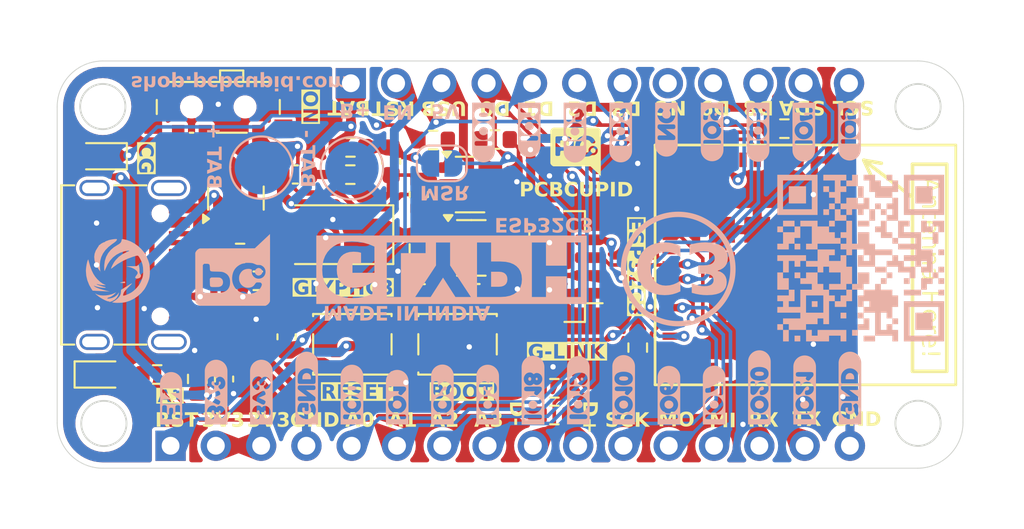
<source format=kicad_pcb>
(kicad_pcb (version 20240108) (generator "pcbnew") (generator_version "8.0")
  (layers (0 "F.Cu" signal) (31 "B.Cu" signal) (34 "B.Paste" user) (35 "F.Paste" user) (36 "B.SilkS" user "B.Silkscreen") (37 "F.SilkS" user "F.Silkscreen") (38 "B.Mask" user) (39 "F.Mask" user) (44 "Edge.Cuts" user))
  (net 0 "")
  (net 1 "/RESET")
  (net 2 "GND")
  (net 3 "/Bat_PWR")
  (net 4 "+BATT")
  (net 5 "+3.3V")
  (net 6 "/BATT_MSR")
  (net 7 "VBUS")
  (net 8 "Net-(D2-K)")
  (net 9 "Net-(D3-A)")
  (net 10 "/USB_D+")
  (net 14 "/USB_D-")
  (net 18 "Net-(J1-CC2)")
  (net 19 "Net-(J1-CC1)")
  (net 20 "/SCL")
  (net 21 "/GPIO_8")
  (net 22 "/SDA")
  (net 23 "/GPIO_9")
  (net 24 "/GPIO_2")
  (net 25 "/SCK")
  (net 26 "/MOSI")
  (net 27 "/uRx")
  (net 28 "/GPIO_3")
  (net 29 "/uTx")
  (net 30 "/MISO")
  (net 31 "Net-(U2-PROG)")
  (net 32 "Net-(U2-STAT)")
  (net 33 "Net-(U3-EN)")
  (net 36 "Net-(JP1-B)")
  (net 40 "Net-(Q1-D)")
  (net 41 "/D+")
  (net 42 "/D-")
  (net 43 "/GPIO_1")
  (footprint "Resistor_SMD:R_0603_1608Metric" (layer "F.Cu") (at 149.45 99.41 180)
    (property "Reference" "R5" (hide yes))
    (property "Value" "5.1K")
  )
  (footprint "LOGO" (layer "F.Cu") (at 153.963262 100.098)
    (property "Reference" "G***" (hide yes))
    (property "Value" "LOGO" (hide yes))
  )
  (footprint "Resistor_SMD:R_0603_1608Metric" (layer "F.Cu") (at 165.675 98.8 180)
    (property "Reference" "R2" (hide yes))
    (property "Value" "5.1K")
  )
  (footprint "Button_Switch_SMD:SW_SPDT_PCM12" (layer "F.Cu") (at 133.926262 97.908 180)
    (property "Reference" "SW3" (hide yes))
    (property "Value" "SW_SPDT")
  )
  (footprint "Resistor_SMD:R_0603_1608Metric" (layer "F.Cu") (at 136.14 107.34)
    (property "Reference" "R4" (hide yes))
    (property "Value" "5.1K")
  )
  (footprint "Package_TO_SOT_SMD:SOT-23" (layer "F.Cu") (at 134.913262 102.698 90)
    (property "Reference" "Q1" (hide yes))
    (property "Value" "Si2301")
  )
  (footprint "Capacitor_SMD:C_0603_1608Metric" (layer "F.Cu") (at 134.25 112.855 -90)
    (property "Reference" "C7" (hide yes))
    (property "Value" "0.1uf" (hide yes))
  )
  (footprint "Resistor_SMD:R_0603_1608Metric" (layer "F.Cu") (at 157.45 111.09 90)
    (property "Reference" "R1" (hide yes))
    (property "Value" "5.1K")
  )
  (footprint "ESP32C3:ESP32-H2-MINI-1_EXP" (layer "F.Cu") (at 166.8551 106.449999 -90)
    (property "Reference" "U4" (hide yes))
    (property "Value" "ESP32-C3-MINI-1-N4")
  )
  (footprint "Capacitor_SMD:C_0603_1608Metric" (layer "F.Cu") (at 138.244262 101.372)
    (property "Reference" "C2" (hide yes))
    (property "Value" "10uf")
  )
  (footprint "Resistor_SMD:R_0603_1608Metric" (layer "F.Cu") (at 141.34 99.85)
    (property "Reference" "R10" (hide yes))
    (property "Value" "200k")
  )
  (footprint "Capacitor_SMD:C_0603_1608Metric" (layer "F.Cu") (at 145.37 108.04 180)
    (property "Reference" "C5" (hide yes))
    (property "Value" "10uf")
  )
  (footprint "Resistor_SMD:R_0603_1608Metric" (layer "F.Cu") (at 130.5 112.6 180)
    (property "Reference" "R9" (hide yes))
    (property "Value" "5.1K")
  )
  (footprint "Resistor_SMD:R_0603_1608Metric" (layer "F.Cu") (at 141.33 101.38 180)
    (property "Reference" "R11" (hide yes))
    (property "Value" "200k")
  )
  (footprint "Connector_PinSocket_2.54mm:PinSocket_1x16_P2.54mm_Vertical" (layer "F.Cu") (at 131.25 116.6 90)
    (property "Reference" "J4" (hide yes))
    (property "Value" "Conn_01x16")
  )
  (footprint "Resistor_SMD:R_0603_1608Metric" (layer "F.Cu") (at 152.775 113.375 180)
    (property "Reference" "R12" (hide yes))
    (property "Value" "22R")
  )
  (footprint "Resistor_SMD:R_0603_1608Metric" (layer "F.Cu") (at 135.15 105.78 180)
    (property "Reference" "R3" (hide yes))
    (property "Value" "5.1K")
  )
  (footprint "LED_SMD:LED_0603_1608Metric" (layer "F.Cu") (at 127.313262 100.348 180)
    (property "Reference" "D2" (hide yes))
    (property "Value" "LED")
  )
  (footprint "Diode_SMD:D_SMA" (layer "F.Cu") (at 140.23 104.75 180)
    (property "Reference" "D1" (hide yes))
    (property "Value" "SS34")
  )
  (footprint "Connector_USB:USB_C_Receptacle_Palconn_UTC16-G" (layer "F.Cu") (at 129.227262 106.45 -90)
    (property "Reference" "J1" (hide yes))
    (property "Value" "USB_C_Receptacle_USB2.0_16P")
  )
  (footprint "Capacitor_SMD:C_0603_1608Metric" (layer "F.Cu") (at 143.62 100.63 -90)
    (property "Reference" "C6" (hide yes))
    (property "Value" "10uf")
  )
  (footprint "LED_SMD:LED_0603_1608Metric" (layer "F.Cu") (at 127.353262 112.6)
    (property "Reference" "D3" (hide yes))
    (property "Value" "LED")
  )
  (footprint "Connector_JST:JST_SH_BM04B-SRSS-TB_1x04-1MP_P1.00mm_Vertical" (layer "F.Cu") (at 153.38 106.54 90)
    (property "Reference" "J5" (hide yes))
    (property "Value" "Conn_01x04_MountingPin")
  )
  (footprint "Package_TO_SOT_SMD:SOT-23-5" (layer "F.Cu") (at 148.045 101.9375)
    (property "Reference" "U2" (hide yes))
    (property "Value" "MCP73831-2-OT")
  )
  (footprint "Resistor_SMD:R_0603_1608Metric" (layer "F.Cu") (at 145.18 105.525 -90)
    (property "Reference" "R8" (hide yes))
    (property "Value" "100K" (hide yes))
  )
  (footprint "Resistor_SMD:R_0603_1608Metric" (layer "F.Cu") (at 145.975 99.44 180)
    (property "Reference" "R7" (hide yes))
    (property "Value" "5.1K")
  )
  (footprint "Capacitor_SMD:C_0603_1608Metric" (layer "F.Cu") (at 137.755 110.485 90)
    (property "Reference" "C1" (hide yes))
    (property "Value" "1uf")
  )
  (footprint "Button_Switch_SMD:SW_SPST_PTS810" (layer "F.Cu") (at 141.445 110.905 180)
    (property "Reference" "SW2" (hide yes))
    (property "Value" "SW_Push")
  )
  (footprint "Package_TO_SOT_SMD:SOT-23-5" (layer "F.Cu") (at 148.1175 105.4925)
    (property "Reference" "U3" (hide yes))
    (property "Value" "AP2112K-3.3 / XC6210B332MR" (hide yes))
  )
  (footprint "Button_Switch_SMD:SW_SPST_PTS810" (layer "F.Cu") (at 147.345 110.905 180)
    (property "Reference" "SW1" (hide yes))
    (property "Value" "SW_Push")
  )
  (footprint "Capacitor_SMD:C_0603_1608Metric" (layer "F.Cu") (at 145.17 102.5 90)
    (property "Reference" "C3" (hide yes))
    (property "Value" "10UF")
  )
  (footprint "Capacitor_SMD:C_0603_1608Metric" (layer "F.Cu") (at 148.44 108.03)
    (property "Reference" "C4" (hide yes))
    (property "Value" "10uf")
  )
  (footprint "Resistor_SMD:R_0603_1608Metric" (layer "F.Cu") (at 132.75 112.85 90)
    (property "Reference" "R6" (hide yes))
    (property "Value" "100K")
  )
  (footprint "Resistor_SMD:R_0603_1608Metric" (layer "F.Cu") (at 152.775 114.875)
    (property "Reference" "R13" (hide yes))
    (property "Value" "22R")
  )
  (footprint "kibuzzard-668CCB9F" (layer "B.Cu") (at 166.763748 98.99535 90)
    (property "Reference" "kibuzzard-668CCB9F" (hide yes))
    (property "Value" "G***" (hide yes))
  )
  (footprint "kibuzzard-668CCD9D" (layer "B.Cu") (at 153.929638 99.020744 90)
    (property "Reference" "kibuzzard-668CCD9D" (hide yes))
    (property "Value" "G***" (hide yes))
  )
  (footprint "kibuzzard-668B7A62" (layer "B.Cu") (at 136.342741 113.588498 90)
    (property "Reference" "kibuzzard-668B7A62" (hide yes))
    (property "Value" "G***" (hide yes))
  )
  (footprint "kibuzzard-668B79B7" (layer "B.Cu") (at 156.66023 113.457239 90)
    (property "Reference" "kibuzzard-668B79B7" (hide yes))
    (property "Value" "G***" (hide yes))
  )
  (footprint "kibuzzard-668B79F7" (layer "B.Cu") (at 149.034644 113.728698 90)
    (property "Reference" "kibuzzard-668B79F7" (hide yes))
    (property "Value" "G***" (hide yes))
  )
  (footprint "kibuzzard-668B7A1E" (layer "B.Cu") (at 143.959742 113.873548 90)
    (property "Reference" "kibuzzard-668B7A1E" (hide yes))
    (property "Value" "G***" (hide yes))
  )
  (footprint "kibuzzard-668CCDA5" (layer "B.Cu") (at 151.365534 98.870529 90)
    (property "Reference" "kibuzzard-668CCDA5" (hide yes))
    (property "Value" "G***" (hide yes))
  )
  (footprint "kibuzzard-668B789B" (layer "B.Cu") (at 138.88198 113.362461 90)
    (property "Reference" "kibuzzard-668B789B" (hide yes))
    (property "Value" "G***" (hide yes))
  )
  (footprint "kibuzzard-668CCD89" (layer "B.Cu") (at 156.495888 99.015379 90)
    (property "Reference" "kibuzzard-668CCD89" (hide yes))
    (property "Value" "G***" (hide yes))
  )
  (footprint "kibuzzard-668CE341" (layer "B.Cu") (at 151.57746 113.48 90)
    (property "Reference" "kibuzzard-668CE341" (hide yes))
    (property "Value" "G***" (hide yes))
  )
  (footprint "LOGO" (layer "B.Cu") (at 134.730507 106.73)
    (property "Reference" "G***" (hide yes))
    (property "Value" "LOGO" (hide yes))
  )
  (footprint "kibuzzard-668B7A7C" (layer "B.Cu") (at 131.28 113.933991 90)
    (property "Reference" "kibuzzard-668B7A7C" (hide yes))
    (property "Value" "G***" (hide yes))
  )
  (footprint "kibuzzard-668B7879" (layer "B.Cu") (at 166.811462 113.467968 90)
    (property "Reference" "kibuzzard-668B7879" (hide yes))
    (property "Value" "G***" (hide yes))
  )
  (footprint "LOGO" (layer "B.Cu") (at 169.96 106.06 180)
    (property "Reference" "G***" (hide yes))
    (property "Value" "LOGO" (hide yes))
  )
  (footprint "LOGO" (layer "B.Cu") (at 128.3 106.79)
    (property "Reference" "G***" (hide yes))
    (property "Value" "LOGO" (hide yes))
  )
  (footprint "kibuzzard-668B7A62" (layer "B.Cu") (at 133.803502 113.588498 90)
    (property "Reference" "kibuzzard-668B7A62" (hide yes))
    (property "Value" "G***" (hide yes))
  )
  (footprint "Connector_PinSocket_2.54mm:PinSocket_1x12_P2.54mm_Vertical" (layer "B.Cu") (at 141.36 96.25 -90)
    (property "Reference" "J2" (hide yes))
    (property "Value" "Conn_01x12")
  )
  (footprint "kibuzzard-668CCD74" (layer "B.Cu") (at 159.059276 98.854077 90)
    (property "Reference" "kibuzzard-668CCD74" (hide yes))
    (property "Value" "G***" (hide yes))
  )
  (footprint "kibuzzard-668CCB83" (layer "B.Cu") (at 169.33 98.963519 90)
    (property "Reference" "kibuzzard-668CCB83" (hide yes))
    (property "Value" "G***" (hide yes))
  )
  (footprint "kibuzzard-668CCC52" (layer "B.Cu") (at 161.622664 98.983905 90)
    (property "Reference" "kibuzzard-668CCC52" (hide yes))
    (property "Value" "G***" (hide yes))
  )
  (footprint "kibuzzard-668B7995" (layer "B.Cu") (at 159.198753 113.760887 90)
    (property "Reference" "kibuzzard-668B7995" (hide yes))
    (property "Value" "G***" (hide yes))
  )
  (footprint "kibuzzard-668CCC45" (layer "B.Cu") (at 164.193206 99 90)
    (property "Reference" "kibuzzard-668CCC45" (hide yes))
    (property "Value" "G***" (hide yes))
  )
  (footprint "Jumper:SolderJumper-2_P1.3mm_Open_RoundedPad1.0x1.5mm" (layer "B.Cu") (at 146.463262 100.748 180)
    (property "Reference" "JP1" (hide yes))
    (property "Value" "SolderJumper")
  )
  (footprint "kibuzzard-668B795C" (layer "B.Cu") (at 164.272223 113.323476 90)
    (property "Reference" "kibuzzard-668B795C" (hide yes))
    (property "Value" "G***" (hide yes))
  )
  (footprint "kibuzzard-668B7A0A" (layer "B.Cu") (at 146.49612 113.723333 90)
    (property "Reference" "kibuzzard-668B7A0A" (hide yes))
    (property "Value" "G***" (hide yes))
  )
  (footprint "kibuzzard-668CCDB1" (layer "B.Cu") (at 148.8 99.015737 90)
    (property "Reference" "kibuzzard-668CCDB1" (hide yes))
    (property "Value" "G***" (hide yes))
  )
  (footprint "kibuzzard-668B797C" (layer "B.Cu") (at 161.734415 113.754091 90)
    (property "Reference" "kibuzzard-668B797C" (hide yes))
    (property "Value" "G***" (hide yes))
  )
  (footprint "kibuzzard-668B7A2D" (layer "B.Cu") (at 141.421934 113.72834 90)
    (property "Reference" "kibuzzard-668B7A2D" (hide yes))
    (property "Value" "G***" (hide yes))
  )
  (footprint "Test_point_01x2:TestPoint_01x02" (layer "B.Cu") (at 138.879262 100.989 180)
    (property "Reference" "J3" (hide yes))
    (property "Value" "Battery Connector")
  )
  (footprint "kibuzzard-668CE34C" (layer "B.Cu") (at 154.120276 113.48 90)
    (property "Reference" "kibuzzard-668CE34C" (hide yes))
    (property "Value" "G***" (hide yes))
  )
  (footprint "kibuzzard-668B789B" (layer "B.Cu") (at 169.35 113.362461 90)
    (property "Reference" "kibuzzard-668B789B" (hide yes))
    (property "Value" "G***" (hide yes))
  )
  (gr_circle (center 159.72 106.68) (end 162.789397 106.68) (stroke (width 0.3)) (fill none) (layer "B.SilkS"))
  (gr_line (start 124.891228 115.321945) (end 124.891487 97.57804) (stroke (width 0.05)) (layer "Edge.Cuts"))
  (gr_circle (center 127.51 115.35) (end 128.78 115.35) (stroke (width 0.1)) (fill none) (layer "Edge.Cuts"))
  (gr_line (start 175.727312 97.541689) (end 175.69096 115.285853) (stroke (width 0.05)) (layer "Edge.Cuts"))
  (gr_line (start 127.431228 95.001947) (end 173.151219 95.001948) (stroke (width 0.05)) (layer "Edge.Cuts"))
  (gr_circle (center 173.169262 97.56) (end 174.439262 97.56) (stroke (width 0.1)) (fill none) (layer "Edge.Cuts"))
  (gr_circle (center 127.449262 97.56) (end 128.719262 97.56) (stroke (width 0.1)) (fill none) (layer "Edge.Cuts"))
  (gr_line (start 173.151219 117.861946) (end 127.467321 117.861686) (stroke (width 0.05)) (layer "Edge.Cuts"))
  (gr_circle (center 173.169262 115.34) (end 174.439262 115.34) (stroke (width 0.1)) (fill none) (layer "Edge.Cuts"))
  (gr_arc (start 124.891487 97.57804) (mid 125.627871 95.764035) (end 127.431228 95.001947) (stroke (width 0.05)) (layer "Edge.Cuts"))
  (gr_arc (start 173.151219 95.001948) (mid 174.965224 95.738332) (end 175.727312 97.541689) (stroke (width 0.05)) (layer "Edge.Cuts"))
  (gr_arc (start 175.69096 115.285853) (mid 174.954576 117.099858) (end 173.151219 117.861946) (stroke (width 0.05)) (layer "Edge.Cuts"))
  (gr_arc (start 127.467321 117.861686) (mid 125.653316 117.125302) (end 124.891228 115.321945) (stroke (width 0.05)) (layer "Edge.Cuts"))
  (gr_text "EN" (at 143.13 97.35 180) (layer "B.SilkS") (effects (font (size 0.8 0.8) (thickness 0.16) (bold yes)) (justify left bottom mirror)))
  (gr_text "BAT -" (at 138.413262 102.114762 270) (layer "B.SilkS") (effects (font (size 0.8 0.8) (thickness 0.2) (bold yes)) (justify left bottom mirror)))
  (gr_text "GLYPH" (at 147.094394 104.68 180) (layer "B.SilkS" knockout) (effects (font (size 3 3) (thickness 0.2) (bold yes)) (justify bottom mirror)))
  (gr_text "MSR" (at 145.23 101.88 180) (layer "B.SilkS") (effects (font (size 0.8 0.8) (thickness 0.2) (bold yes)) (justify left bottom mirror)))
  (gr_text "C3" (at 157.219397 104.76 180) (layer "B.SilkS") (effects (font (size 2.8 2.8) (thickness 0.4) (bold yes)) (justify left bottom mirror)))
  (gr_text "MADE IN INDIA" (at 139.804723 108.62 180) (layer "B.SilkS") (effects (font (size 0.8 0.8) (thickness 0.16) (bold yes)) (justify left bottom mirror)))
  (gr_text "B+" (at 140.71 97.28 180) (layer "B.SilkS") (effects (font (size 0.8 0.8) (thickness 0.16) (bold yes)) (justify left bottom mirror)))
  (gr_text "ESP32C3" (at 149.414723 103.68 180) (layer "B.SilkS") (effects (font (size 0.8 0.8) (thickness 0.16) (bold yes)) (justify left bottom mirror)))
  (gr_text "shop.pcbcupid.com" (at 129.02 95.72 180) (layer "B.SilkS") (effects (font (size 0.8 0.8) (thickness 0.2) (bold yes)) (justify left bottom mirror)))
  (gr_text "5V" (at 145.85 97.3 180) (layer "B.SilkS") (effects (font (size 0.8 0.8) (thickness 0.16) (bold yes)) (justify left bottom mirror)))
  (gr_text "BAT +" (at 133.163262 102.198 270) (layer "B.SilkS") (effects (font (size 0.8 0.8) (thickness 0.2) (bold yes)) (justify left bottom mirror)))
  (gr_text "A0" (at 141.04 115.67 0) (layer "F.SilkS") (effects (font (size 0.8 0.8) (thickness 0.16) (bold yes)) (justify left bottom)))
  (gr_text "ON" (at 138.563262 96.648 270) (layer "F.SilkS" knockout) (effects (font (size 0.8 0.8) (thickness 0.2) (bold yes)) (justify left bottom)))
  (gr_text "NC" (at 160.180624 97.11 180) (layer "F.SilkS") (effects (font (size 0.8 0.8) (thickness 0.16) (bold yes)) (justify left bottom)))
  (gr_text "RST" (at 144.958399 97.14 180) (layer "F.SilkS") (effects (font (size 0.8 0.8) (thickness 0.16) (bold yes)) (justify left bottom)))
  (gr_text "A1" (at 130.53 114.27 0) (layer "F.SilkS" knockout) (effects (font (size 0.7 0.7) (thickness 0.175) (bold yes)) (justify left bottom)))
  (gr_text "3V3" (at 132.99 115.67 0) (layer "F.SilkS") (effects (font (size 0.8 0.8) (thickness 0.16) (bold yes)) (justify left bottom)))
  (gr_text "RESET" (at 139.68 114.1 0) (layer "F.SilkS" knockout) (effects (font (size 0.8 0.8) (thickness 0.2) (bold yes)) (justify left bottom)))
  (gr_text "RX" (at 163.626738 115.67 0) (layer "F.SilkS") (effects (font (size 0.8 0.8) (thickness 0.16) (bold yes)) (justify left bottom)))
  (gr_text "G-LINK" (at 153.44 111.84 0) (layer "F.SilkS" knockout) (effects (font (size 0.8 0.8) (thickness 0.2) (bold yes)) (justify bottom)))
  (gr_text "BOOT\n" (at 145.78 114.1 0) (layer "F.SilkS" knockout) (effects (font (size 0.8 0.8) (thickness 0.2) (bold yes)) (justify left bottom)))
  (gr_text "RST" (at 130.375308 115.67 0) (layer "F.SilkS") (effects (font (size 0.8 0.8) (thickness 0.16) (bold yes)) (justify left bottom)))
  (gr_text "GND\n" (at 137.942929 115.67 0) (layer "F.SilkS") (effects (font (size 0.8 0.8) (thickness 0.16) (bold yes)) (justify left bottom)))
  (gr_text "GLYPHC3" (at 140.95 108.25 0) (layer "F.SilkS" knockout) (effects (font (size 0.8 0.8) (thickness 0.2) (bold yes)) (justify bottom)))
  (gr_text "TX" (at 166.126738 115.622 0) (layer "F.SilkS") (effects (font (size 0.8 0.8) (thickness 0.16) (bold yes)) (justify left bottom)))
  (gr_text "ESP32C3" (at 156.83 106.54 270) (layer "F.SilkS" knockout) (effects (font (size 0.8 0.8) (thickness 0.2) (bold yes)) (justify bottom)))
  (gr_text "D1" (at 152.756614 97.14 180) (layer "F.SilkS") (effects (font (size 0.8 0.8) (thickness 0.16) (bold yes)) (justify left bottom)))
  (gr_text "MI" (at 161.451738 115.697 0) (layer "F.SilkS") (effects (font (size 0.8 0.8) (thickness 0.16) (bold yes)) (justify left bottom)))
  (gr_text "3V3" (at 135.54 115.67 0) (layer "F.SilkS") (effects (font (size 0.8 0.8) (thickness 0.16) (bold yes)) (justify left bottom)))
  (gr_text "D+" (at 154.26 114.06 270) (layer "F.SilkS") (effects (font (size 0.8 0.8) (thickness 0.16) (bold yes)) (justify left bottom)))
  (gr_text "D-" (at 150.15 114.07 270) (layer "F.SilkS") (effects (font (size 0.8 0.8) (thickness 0.16) (bold yes)) (justify left bottom)))
  (gr_text "SDA" (at 167.967116 97.11 180) (layer "F.SilkS") (effects (font (size 0.8 0.8) (thickness 0.16) (bold yes)) (justify left bottom)))
  (gr_text "D3" (at 157.65 97.14 180) (layer "F.SilkS") (effects (font (size 0.8 0.8) (thickness 0.16) (bold yes)) (justify left bottom)))
  (gr_text "A1\n" (at 143.44 115.67 0) (layer "F.SilkS") (effects (font (size 0.8 0.8) (thickness 0.16) (bold yes)) (justify left bottom)))
  (gr_text "D9" (at 162.627317 97.11 180) (layer "F.SilkS") (effects (font (size 0.8 0.8) (thickness 0.16) (bold yes)) (justify left bottom)))
  (gr_text "BAT" (at 142.45 97.11 180) (layer "F.SilkS") (effects (font (size 0.8 0.8) (thickness 0.16) (bold yes)) (justify left bottom)))
  (gr_text "GND" (at 168.326738 115.622 0) (layer "F.SilkS") (effects (font (size 0.8 0.8) (thickness 0.16) (bold yes)) (justify left bottom)))
  (gr_text "SCL" (at 170.7 97.11 180) (layer "F.SilkS") (effects (font (size 0.8 0.8) (thickness 0.16) (bold yes)) (justify left bottom)))
  (gr_text "A3" (at 148.276943 115.67 0) (layer "F.SilkS") (effects (font (size 0.8 0.8) (thickness 0.16) (bold yes)) (justify left bottom)))
  (gr_text "CG" (at 129.35 99.6 270) (layer "F.SilkS" knockout) (effects (font (size 0.8 0.8) (thickness 0.2) (bold yes)) (justify left bottom)))
  (gr_text "D8" (at 165.07401 97.11 180) (layer "F.SilkS") (effects (font (size 0.8 0.8) (thickness 0.16) (bold yes)) (justify left bottom)))
  (gr_text "USB" (at 147.863228 97.14 180) (layer "F.SilkS") (effects (font (size 0.8 0.8) (thickness 0.16) (bold yes)) (justify left bottom)))
  (gr_text "SCK" (at 155.610092 115.67 0) (layer "F.SilkS") (effects (font (size 0.8 0.8) (thickness 0.16) (bold yes)) (justify left bottom)))
  (gr_text "MO" (at 158.576738 115.647 0) (layer "F.SilkS") (effects (font (size 0.8 0.8) (thickness 0.16) (bold yes)) (justify left bottom)))
  (gr_text "A2" (at 145.79 115.67 0) (layer "F.SilkS") (effects (font (size 0.8 0.8) (thickness 0.16) (bold yes)) (justify left bottom)))
  (gr_text "D2" (at 155.203307 97.14 180) (layer "F.SilkS") (effects (font (size 0.8 0.8) (thickness 0.16) (bold yes)) (justify left bottom)))
  (gr_text "PCBCUPID" (at 154 102.74 0) (layer "F.SilkS") (effects (font (size 0.8 0.8) (thickness 0.2) (bold yes)) (justify bottom)))
  (gr_text "D0" (at 150.309921 97.14 180) (layer "F.SilkS") (effects (font (size 0.8 0.8) (thickness 0.16) (bold yes)) (justify left bottom)))
  (dimension (type leader) (layer "F.SilkS") (pts (xy 169.73 100.27) (xy 173.82 103.38)) (gr_text "Antenna Here!" (at 173.82 106.61 270) (layer "F.SilkS") (effects (font (face "Noto Sans") (size 1 1) (thickness 0.1)))) (format (prefix "") (suffix "") (units 0) (units_format 0) (precision 4) (override_value "Antenna Here!")) (style (thickness 0.2) (arrow_length 1) (text_position_mode 0) (text_frame 1) (extension_offset 0.5)))
  (segment (start 162.550001 101.160001) (end 163.07 101.68) (width 0.2) (layer "F.Cu") (net 1))
  (segment (start 146.089573 98.439573) (end 143.9 96.25) (width 0.2) (layer "F.Cu") (net 1))
  (segment (start 137.755 111.26) (end 138.65 111.26) (width 0.3) (layer "F.Cu") (net 1))
  (segment (start 160.97 98.6) (end 162.17 98.6) (width 0.2) (layer "F.Cu") (net 1))
  (segment (start 154.95 98.35) (end 155.2 98.6) (width 0.2) (layer "F.Cu") (net 1))
  (segment (start 162.37 98.4) (end 162.45 98.4) (width 0.2) (layer "F.Cu") (net 1))
  (segment (start 162.17 98.6) (end 162.37 98.4) (width 0.2) (layer "F.Cu") (net 1))
  (segment (start 162.550001 100.550001) (end 162.550001 101.160001) (width 0.2) (layer "F.Cu") (net 1))
  (segment (start 146.139573 98.439573) (end 146.089573 98.439573) (width 0.2) (layer "F.Cu") (net 1))
  (segment (start 138.65 111.26) (end 139.37 111.98) (width 0.3) (layer "F.Cu") (net 1))
  (segment (start 155.2 98.6) (end 160.97 98.6) (width 0.2) (layer "F.Cu") (net 1))
  (segment (start 160.97 98.6) (end 164.65 98.6) (width 0.2) (layer "F.Cu") (net 1))
  (segment (start 138.636579 110.668627) (end 138.045206 111.26) (width 0.2) (layer "F.Cu") (net 1))
  (segment (start 143.52 111.98) (end 139.37 111.98) (width 0.3) (layer "F.Cu") (net 1))
  (via (at 138.636579 110.668627) (size 0.6) (drill 0.3) (layers "F.Cu" "B.Cu") (net 1))
  (via (at 162.45 98.4) (size 0.6) (drill 0.3) (layers "F.Cu" "B.Cu") (net 1))
  (via (at 163.07 101.68) (size 0.6) (drill 0.3) (layers "F.Cu" "B.Cu") (net 1))
  (via (at 146.139573 98.439573) (size 0.6) (drill 0.3) (layers "F.Cu" "B.Cu") (net 1))
  (via (at 154.95 98.35) (size 0.6) (drill 0.3) (layers "F.Cu" "B.Cu") (net 1))
  (segment (start 162.45 98.4) (end 162.94 98.4) (width 0.2) (layer "B.Cu") (net 1))
  (segment (start 146.139573 98.439573) (end 146.179146 98.4) (width 0.2) (layer "B.Cu") (net 1))
  (segment (start 163.42 98.88) (end 163.42 98.94) (width 0.2) (layer "B.Cu") (net 1))
  (segment (start 132.75 115.1) (end 131.25 116.6) (width 0.2) (layer "B.Cu") (net 1))
  (segment (start 144.4 104.905206) (end 144.4 100.179146) (width 0.2) (layer "B.Cu") (net 1))
  (segment (start 138.636579 110.668627) (end 138.631373 110.668627) (width 0.2) (layer "B.Cu") (net 1))
  (segment (start 144.4 100.179146) (end 146.139573 98.439573) (width 0.2) (layer "B.Cu") (net 1))
  (segment (start 146.179146 98.4) (end 154.9 98.4) (width 0.2) (layer "B.Cu") (net 1))
  (segment (start 163.42 101.33) (end 163.07 101.68) (width 0.2) (layer "B.Cu") (net 1))
  (segment (start 162.94 98.4) (end 163.42 98.88) (width 0.2) (layer "B.Cu") (net 1))
  (segment (start 163.42 98.94) (end 163.42 101.33) (width 0.2) (layer "B.Cu") (net 1))
  (segment (start 138.631373 110.668627) (end 134.2 115.1) (width 0.2) (layer "B.Cu") (net 1))
  (segment (start 138.636579 110.668627) (end 144.4 104.905206) (width 0.2) (layer "B.Cu") (net 1))
  (segment (start 154.9 98.4) (end 154.95 98.35) (width 0.2) (layer "B.Cu") (net 1))
  (segment (start 134.2 115.1) (end 132.75 115.1) (width 0.2) (layer "B.Cu") (net 1))
  (segment (start 139.019262 101.372) (end 140.497 101.372) (width 0.5) (layer "F.Cu") (net 2))
  (segment (start 132.6 111.25) (end 132.62 111.23) (width 0.2) (layer "F.Cu") (net 2))
  (segment (start 132.47 109.65) (end 131.737262 109.65) (width 0.2) (layer "F.Cu") (net 2))
  (segment (start 136.38 105.78) (end 136.965 106.365) (width 0.2) (layer "F.Cu") (net 2))
  (segment (start 143.62 101.405) (end 144.705 101.405) (width 0.2) (layer "F.Cu") (net 2))
  (segment (start 152.7 112.17) (end 155.24 112.17) (width 0.2) (layer "F.Cu") (net 2))
  (segment (start 135.975 105.78) (end 136.38 105.78) (width 0.2) (layer "F.Cu") (net 2))
  (segment (start 155.685 112.615) (end 158.984999 112.615) (width 0.2) (layer "F.Cu") (net 2))
  (segment (start 136.965 106.365) (end 136.965 107.34) (width 0.2) (layer "F.Cu") (net 2))
  (segment (start 132.62 111.23) (end 132.62 109.8) (width 0.2) (layer "F.Cu") (net 2))
  (segment (start 143.3 102.75) (end 143.62 102.43) (width 0.2) (layer "F.Cu") (net 2))
  (segment (start 150.275 99.41) (end 150.76439 99.89939) (width 0.2) (layer "F.Cu") (net 2))
  (segment (start 143.62 102.43) (end 143.62 101.405) (width 0.2) (layer "F.Cu") (net 2))
  (segment (start 132.62 109.8) (end 132.47 109.65) (width 0.2) (layer "F.Cu") (net 2))
  (segment (start 155.24 112.17) (end 155.685 112.615) (width 0.2) (layer "F.Cu") (net 2))
  (segment (start 140.53 101.38) (end 141.9 102.75) (width 0.2) (layer "F.Cu") (net 2))
  (segment (start 132.62 111.3) (end 132.62 111.27) (width 0.2) (layer "F.Cu") (net 2))
  (segment (start 141.9 102.75) (end 143.3 102.75) (width 0.2) (layer "F.Cu") (net 2))
  (segment (start 144.705 101.405) (end 145 101.7) (width 0.2) (layer "F.Cu") (net 2))
  (segment (start 132.62 111.27) (end 132.6 111.25) (width 0.2) (layer "F.Cu") (net 2))
  (segment (start 132.62 111.3) (end 132.62 111.895) (width 0.2) (layer "F.Cu") (net 2))
  (segment (start 150.76439 99.89939) (end 150.76439 101.68561) (width 0.2) (layer "F.Cu") (net 2))
  (segment (start 150.76439 101.68561) (end 150.67 101.78) (width 0.2) (layer "F.Cu") (net 2))
  (via (at 127.1 106.45) (size 0.6) (drill 0.3) (layers "F.Cu" "B.Cu") (net 2))
  (via (at 168.95 113.85) (size 0.6) (drill 0.3) (layers "F.Cu" "B.Cu") (net 2))
  (via (at 157.4 103.3) (size 0.6) (drill 0.3) (layers "F.Cu" "B.Cu") (net 2))
  (via (at 166.7 114) (size 0.6) (drill 0.3) (layers "F.Cu" "B.Cu") (net 2))
  (via (at 136.05 109.5) (size 0.6) (drill 0.3) (layers "F.Cu" "B.Cu") (net 2))
  (via (at 163.35 115.4) (size 0.6) (drill 0.3) (layers "F.Cu" "B.Cu") (net 2))
  (via (at 133.926262 97.433) (size 0.6) (drill 0.3) (layers "F.Cu" "B.Cu") (net 2))
  (via (at 167.3 102.5) (size 0.6) (drill 0.3) (layers "F.Cu" "B.Cu") (net 2))
  (via (at 157.45 100.75) (size 0.6) (drill 0.3) (layers "F.Cu" "B.Cu") (net 2))
  (via (at 152.5 107.85) (size 0.6) (drill 0.3) (layers "F.Cu" "B.Cu") (net 2))
  (via (at 152.5 101.45) (size 0.6) (drill 0.3) (layers "F.Cu" "B.Cu") (net 2))
  (via (at 152.7 112.17) (size 0.6) (drill 0.3) (layers "F.Cu" "B.Cu") (net 2))
  (via (at 150.67 101.78) (size 0.6) (drill 0.3) (layers "F.Cu" "B.Cu") (net 2))
  (via (at 150.7 107.8) (size 0.6) (drill 0.3) (layers "F.Cu" "B.Cu") (net 2))
  (via (at 132.6 111.25) (size 0.6) (drill 0.3) (layers "F.Cu" "B.Cu") (net 2))
  (via (at 127.1 104.1) (size 0.6) (drill 0.3) (layers "F.Cu" "B.Cu") (net 2))
  (via (at 144 106.8) (size 0.6) (drill 0.3) (layers "F.Cu" "B.Cu") (net 2))
  (via (at 139.4 107.5) (size 0.6) (drill 0.3) (layers "F.Cu" "B.Cu") (net 2))
  (via (at 148 111.05) (size 0.6) (drill 0.3) (layers "F.Cu" "B.Cu") (net 2))
  (via (at 140.35 103.9) (size 0.6) (drill 0.3) (layers "F.Cu" "B.Cu") (net 2))
  (via (at 127.15 108.85) (size 0.6) (drill 0.3) (layers "F.Cu" "B.Cu") (net 2))
  (via (at 144.45 113.05) (size 0.6) (drill 0.3) (layers "F.Cu" "B.Cu") (net 2))
  (via (at 152.5 105.2) (size 0.6) (drill 0.3) (layers "F.Cu" "B.Cu") (net 2))
  (via (at 134.780735 113.670735) (size 0.6) (drill 0.3) (layers "F.Cu" "B.Cu") (net 2))
  (via (at 129.77 108.9) (size 0.6) (drill 0.3) (layers "F.Cu" "B.Cu") (net 2))
  (via (at 142.7 107.55) (size 0.6) (drill 0.3) (layers "F.Cu" "B.Cu") (net 2))
  (via (at 167.3 110.9) (size 0.6) (drill 0.3) (layers "F.Cu" "B.Cu") (net 2))
  (segment (start 140.769189 102.41) (end 141.659189 103.3) (width 0.3) (layer "F.Cu") (net 3))
  (segment (start 146.006196 102.8875) (end 146.9075 102.8875) (width 0.2) (layer "F.Cu") (net 3))
  (segment (start 143.386396 103.3) (end 144.166396 102.52) (width 0.3) (layer "F.Cu") (net 3))
  (segment (start 144.166396 102.52) (end 144.26 102.52) (width 0.3) (layer "F.Cu") (net 3))
  (segment (start 138.37 99.79) (end 136.628262 99.79) (width 0.5) (layer "F.Cu") (net 3))
  (segment (start 138.39 99.81) (end 138.39 100.777566) (width 0.2) (layer "F.Cu") (net 3))
  (segment (start 136.628262 99.79) (end 136.176262 99.338) (width 0.5) (layer "F.Cu") (net 3))
  (segment (start 144.29 102.5) (end 145.618696 102.5) (width 0.2) (layer "F.Cu") (net 3))
  (segment (start 138.37 99.79) (end 138.39 99.81) (width 0.2) (layer "F.Cu") (net 3))
  (segment (start 144.265 102.525) (end 144.29 102.5) (width 0.2) (layer "F.Cu") (net 3))
  (segment (start 145.618696 102.5) (end 146.006196 102.8875) (width 0.2) (layer "F.Cu") (net 3))
  (segment (start 138.219262 100.948304) (end 138.219262 102.179262) (width 0.2) (layer "F.Cu") (net 3))
  (segment (start 138.39 100.777566) (end 138.219262 100.948304) (width 0.2) (layer "F.Cu") (net 3))
  (segment (start 138.45 102.41) (end 140.769189 102.41) (width 0.3) (layer "F.Cu") (net 3))
  (segment (start 138.219262 102.179262) (end 138.45 102.41) (width 0.2) (layer "F.Cu") (net 3))
  (segment (start 141.659189 103.3) (end 143.386396 103.3) (width 0.3) (layer "F.Cu") (net 3))
  (via (at 138.37 99.79) (size 0.6) (drill 0.3) (layers "F.Cu" "B.Cu") (net 3))
  (segment (start 136.811 100.989) (end 138.01 99.79) (width 0.5) (layer "B.Cu") (net 3))
  (segment (start 138.37 99.79) (end 138.01 99.79) (width 0.5) (layer "B.Cu") (net 3))
  (segment (start 141.36 98.66) (end 141.37 98.67) (width 0.5) (layer "F.Cu") (net 4))
  (segment (start 145.18 104.7) (end 142.28 104.7) (width 0.5) (layer "F.Cu") (net 4))
  (segment (start 135.863262 103.6355) (end 135.863262 102.296738) (width 0.5) (layer "F.Cu") (net 4))
  (segment (start 140.520661 103.01) (end 141.508661 103.998) (width 0.5) (layer "F.Cu") (net 4))
  (segment (start 136.788 101.372) (end 137.469262 101.372) (width 0.5) (layer "F.Cu") (net 4))
  (segment (start 137.469262 102.459262) (end 138.02 103.01) (width 0.5) (layer "F.Cu") (net 4))
  (segment (start 141.36 96.25) (end 141.36 98.66) (width 0.5) (layer "F.Cu") (net 4))
  (segment (start 145.3375 104.5425) (end 145.18 104.7) (width 0.5) (layer "F.Cu") (net 4))
  (segment (start 141.36 98.68) (end 141.36 99.005) (width 0.5) (layer "F.Cu") (net 4))
  (segment (start 146.98 104.5425) (end 145.3375 104.5425) (width 0.5) (layer "F.Cu") (net 4))
  (segment (start 138.02 103.01) (end 140.520661 103.01) (width 0.5) (layer "F.Cu") (net 4))
  (segment (start 141.36 99.005) (end 140.515 99.85) (width 0.5) (layer "F.Cu") (net 4))
  (segment (start 137.469262 101.372) (end 137.469262 102.459262) (width 0.5) (layer "F.Cu") (net 4))
  (segment (start 141.508661 103.998) (end 142.313262 103.998) (width 0.5) (layer "F.Cu") (net 4))
  (segment (start 145.17 103.275) (end 145.17 104.69) (width 0.5) (layer "F.Cu") (net 4))
  (segment (start 135.863262 102.296738) (end 136.788 101.372) (width 0.5) (layer "F.Cu") (net 4))
  (segment (start 141.37 98.67) (end 141.36 98.68) (width 0.5) (layer "F.Cu") (net 4))
  (via (at 141.37 98.67) (size 0.6) (drill 0.3) (layers "F.Cu" "B.Cu") (net 4))
  (via (at 138.02 103.01) (size 0.6) (drill 0.3) (layers "F.Cu" "B.Cu") (net 4))
  (segment (start 140.63 98.67) (end 141.37 98.67) (width 0.5) (layer "B.Cu") (net 4))
  (segment (start 138.92 102.11) (end 138.92 100.38) (width 0.5) (layer "B.Cu") (net 4))
  (segment (start 138.92 100.38) (end 140.63 98.67) (width 0.5) (layer "B.Cu") (net 4))
  (segment (start 138.02 103.01) (end 138.92 102.11) (width 0.5) (layer "B.Cu") (net 4))
  (segment (start 154.05 98.1) (end 154.05 98.65) (width 0.5) (layer "F.Cu") (net 5))
  (segment (start 148.11 107.585) (end 147.665 108.03) (width 0.3) (layer "F.Cu") (net 5))
  (segment (start 166.55 100.550001) (end 166.55 98.85) (width 0.5) (layer "F.Cu") (net 5))
  (segment (start 151.45 99.995588) (end 151.45 102.3475) (width 0.5) (layer "F.Cu") (net 5))
  (segment (start 154.05 98.65) (end 153.35 99.35) (width 0.5) (layer "F.Cu") (net 5))
  (segment (start 154.705 107.04) (end 155.34 107.04) (width 0.3) (layer "F.Cu") (net 5))
  (segment (start 141.1 111) (end 146.2 111) (width 0.5) (layer "F.Cu") (net 5))
  (segment (start 151.432206 99.977794) (end 151.45 99.995588) (width 0.5) (layer "F.Cu") (net 5))
  (segment (start 149.9425 104.5425) (end 152.44 107.04) (width 0.3) (layer "F.Cu") (net 5))
  (segment (start 146.145 108.04) (end 147.655 108.04) (width 0.5) (layer "F.Cu") (net 5))
  (segment (start 146.2 111) (end 147.665 109.535) (width 0.5) (layer "F.Cu") (net 5))
  (segment (start 155.34 107.04) (end 157.45 109.15) (width 0.3) (layer "F.Cu") (net 5))
  (segment (start 154.55 97.6) (end 154.05 98.1) (width 0.5) (layer "F.Cu") (net 5))
  (segment (start 133.79 116.6) (end 136.33 116.6) (width 0.5) (layer "F.Cu") (net 5))
  (segment (start 152.44 107.04) (end 154.705 107.04) (width 0.3) (layer "F.Cu") (net 5))
  (segment (start 149.255 104.5425) (end 149.9425 104.5425) (width 0.3) (layer "F.Cu") (net 5))
  (segment (start 166.5 98.8) (end 165.3 97.6) (width 0.5) (layer "F.Cu") (net 5))
  (segment (start 148.11 105.6875) (end 148.11 107.585) (width 0.3) (layer "F.Cu") (net 5))
  (segment (start 147.665 109.535) (end 147.665 108.03) (width 0.5) (layer "F.Cu") (net 5))
  (segment (start 157.45 109.15) (end 157.45 110.265) (width 0.3) (layer "F.Cu") (net 5))
  (segment (start 149.255 104.5425) (end 148.11 105.6875) (width 0.3) (layer "F.Cu") (net 5))
  (segment (start 151.45 102.3475) (end 149.255 104.5425) (width 0.5) (layer "F.Cu") (net 5))
  (segment (start 165.3 97.6) (end 154.55 97.6) (width 0.5) (layer "F.Cu") (net 5))
  (via (at 153.35 99.35) (size 0.6) (drill 0.3) (layers "F.Cu" "B.Cu") (net 5))
  (via (at 141.1 111) (size 0.6) (drill 0.3) (layers "F.Cu" "B.Cu") (net 5))
  (via (at 151.432206 99.977794) (size 0.6) (drill 0.3) (layers "F.Cu" "B.Cu") (net 5))
  (segment (start 151.7 99.35) (end 153.35 99.35) (width 0.5) (layer "B.Cu") (net 5))
  (segment (start 140.75 111.35) (end 141.1 111) (width 0.5) (layer "B.Cu") (net 5))
  (segment (start 136.33 113.97) (end 138.95 111.35) (width 0.5) (layer "B.Cu") (net 5))
  (segment (start 138.95 111.35) (end 140.75 111.35) (width 0.5) (layer "B.Cu") (net 5))
  (segment (start 151.432206 99.617794) (end 151.7 99.35) (width 0.5) (layer "B.Cu") (net 5))
  (segment (start 151.432206 99.977794) (end 151.432206 99.617794) (width 0.5) (layer "B.Cu") (net 5))
  (segment (start 136.33 116.6) (end 136.33 113.97) (width 0.5) (layer "B.Cu") (net 5))
  (segment (start 150.035 100.385) (end 149.45 99.8) (width 0.2) (layer "F.Cu") (net 6))
  (segment (start 150.16439 100.385) (end 150.035 100.385) (width 0.2) (layer "F.Cu") (net 6))
  (segment (start 149.45 99.8) (end 149.45 98.198529) (width 0.2) (layer "F.Cu") (net 6))
  (segment (start 148.98 97.728529) (end 148.98 96.25) (width 0.2) (layer "F.Cu") (net 6))
  (segment (start 159.25 101.649998) (end 154.801469 101.649998) (width 0.2) (layer "F.Cu") (net 6))
  (segment (start 149.45 98.198529) (end 148.98 97.728529) (width 0.2) (layer "F.Cu") (net 6))
  (segment (start 154.801469 101.649998) (end 149.401471 96.25) (width 0.2) (layer "F.Cu") (net 6))
  (via (at 150.16439 100.385) (size 0.6) (drill 0.3) (layers "F.Cu" "B.Cu") (net 6))
  (segment (start 150.16439 100.385) (end 149.80139 100.748) (width 0.2) (layer "B.Cu") (net 6))
  (segment (start 150.948529 100.848529) (end 150.485 100.385) (width 0.2) (layer "B.Cu") (net 6))
  (segment (start 150.948529 100.85) (end 150.948529 100.848529) (width 0.2) (layer "B.Cu") (net 6))
  (segment (start 149.80139 100.748) (end 147.113262 100.748) (width 0.2) (layer "B.Cu") (net 6))
  (segment (start 151.934314 114.15) (end 153.8 112.284314) (width 0.2) (layer "B.Cu") (net 6))
  (segment (start 153.8 103.701471) (end 150.948529 100.85) (width 0.2) (layer "B.Cu") (net 6))
  (segment (start 147.808628 114.15) (end 151.934314 114.15) (width 0.2) (layer "B.Cu") (net 6))
  (segment (start 141.41 116.6) (end 142.96 115.05) (width 0.2) (layer "B.Cu") (net 6))
  (segment (start 153.8 112.284314) (end 153.8 103.701471) (width 0.2) (layer "B.Cu") (net 6))
  (segment (start 142.96 115.05) (end 146.908628 115.05) (width 0.2) (layer "B.Cu") (net 6))
  (segment (start 146.908628 115.05) (end 147.808628 114.15) (width 0.2) (layer "B.Cu") (net 6))
  (segment (start 150.485 100.385) (end 150.16439 100.385) (width 0.2) (layer "B.Cu") (net 6))
  (segment (start 133.3875 113.7875) (end 132.8625 113.7875) (width 0.3) (layer "F.Cu") (net 7))
  (segment (start 133.963262 102.833262) (end 133.69 102.56) (width 0.5) (layer "F.Cu") (net 7))
  (segment (start 139.78 104.75) (end 139.95 104.92) (width 0.5) (layer "F.Cu") (net 7))
  (segment (start 147.672684 100.2375) (end 148.02 100.584816) (width 0.5) (layer "F.Cu") (net 7))
  (segment (start 136.837 104.823) (end 136.85 104.81) (width 0.5) (layer "F.Cu") (net 7))
  (segment (start 133.963262 103.6355) (end 133.963262 102.833262) (width 0.5) (layer "F.Cu") (net 7))
  (segment (start 146.44 96.25) (end 147.672684 97.482684) (width 0.5) (layer "F.Cu") (net 7))
  (segment (start 147.672684 97.482684) (end 147.672684 100.2375) (width 0.5) (layer "F.Cu") (net 7))
  (segment (start 131.106501 108.85) (end 131.737262 108.85) (width 0.3) (layer "F.Cu") (net 7))
  (segment (start 133.963262 103.6355) (end 135.150762 104.823) (width 0.5) (layer "F.Cu") (net 7))
  (segment (start 131.737262 104.05) (end 131.106501 104.05) (width 0.3) (layer "F.Cu") (net 7))
  (segment (start 148.02 100.584816) (end 148.02 101.725) (width 0.5) (layer "F.Cu") (net 7))
  (segment (start 132.517262 108.85) (end 132.664214 108.996952) (width 0.3) (layer "F.Cu") (net 7))
  (segment (start 133.25 110.411165) (end 133.25 110.665786) (width 0.3) (layer "F.Cu") (net 7))
  (segment (start 133.542893 111.372893) (end 134.25 112.08) (width 0.3) (layer "F.Cu") (net 7))
  (segment (start 130.2 104.956501) (end 130.2 107.943499) (width 0.3) (layer "F.Cu") (net 7))
  (segment (start 130.2 107.943499) (end 131.106501 108.85) (width 0.3) (layer "F.Cu") (net 7))
  (segment (start 133.69 102.56) (end 133.69 102.54) (width 0.5) (layer "F.Cu") (net 7))
  (segment (start 148.02 101.725) (end 149.1825 102.8875) (width 0.5) (layer "F.Cu") (net 7))
  (segment (start 128.007366 101.54) (end 128.46 101.54) (width 0.3) (layer "F.Cu") (net 7))
  (segment (start 131.106501 104.05) (end 130.2 104.956501) (width 0.3) (layer "F.Cu") (net 7))
  (segment (start 132.75 113.58) (end 134.25 112.08) (width 0.5) (layer "F.Cu") (net 7))
  (segment (start 135.150762 104.823) (end 136.837 104.823) (width 0.5) (layer "F.Cu") (net 7))
  (segment (start 136.85 104.81) (end 137.501262 104.81) (width 0.5) (layer "F.Cu") (net 7))
  (segment (start 131.737262 108.85) (end 132.517262 108.85) (width 0.3) (layer "F.Cu") (net 7))
  (segment (start 126.815366 100.348) (end 128.007366 101.54) (width 0.3) (layer "F.Cu") (net 7))
  (segment (start 138.23 104.75) (end 139.78 104.75) (width 0.5) (layer "F.Cu") (net 7))
  (via (at 139.95 104.92) (size 0.6) (drill 0.3) (layers "F.Cu" "B.Cu") (net 7))
  (via (at 133.275 113.754058) (size 0.6) (drill 0.3) (layers "F.Cu" "B.Cu") (net 7))
  (via (at 128.46 101.54) (size 0.6) (drill 0.3) (layers "F.Cu" "B.Cu") (net 7))
  (via (at 133.69 102.54) (size 0.6) (drill 0.3) (layers "F.Cu" "B.Cu") (net 7))
  (arc (start 133.25 110.411165) (mid 133.097759 109.645798) (end 132.664214 108.996952) (width 0.3) (layer "F.Cu") (net 7))
  (arc (start 133.25 110.665786) (mid 133.32612 111.048469) (end 133.542893 111.372893) (width 0.3) (layer "F.Cu") (net 7))
  (segment (start 128.46 101.56) (end 128.46 101.54) (width 0.5) (layer "B.Cu") (net 7))
  (segment (start 143.8 103.3) (end 142.15 104.95) (width 0.5) (layer "B.Cu") (net 7))
  (segment (start 141.87 104.95) (end 141.85 104.93) (width 0.5) (layer "B.Cu") (net 7))
  (segment (start 141.85 104.93) (end 139.96 104.93) (width 0.5) (layer "B.Cu") (net 7))
  (segment (start 129.02 107.28) (end 129.02 102.12) (width 0.5) (layer "B.Cu") (net 7))
  (segment (start 142.15 104.95) (end 141.87 104.95) (width 0.5) (layer "B.Cu") (net 7))
  (segment (start 133.69 102.54) (end 129.02 107.21) (width 0.5) (layer "B.Cu") (net 7))
  (segment (start 128.44 101.54) (end 128.46 101.56) (width 0.5) (layer "B.Cu") (net 7))
  (segment (start 129.02 111.26) (end 129.02 107.28) (width 0.5) (layer "B.Cu") (net 7))
  (segment (start 128.46 101.54) (end 128.44 101.54) (width 0.5) (layer "B.Cu") (net 7))
  (segment (start 143.8 98.89) (end 143.8 103.3) (width 0.5) (layer "B.Cu") (net 7))
  (segment (start 139.96 104.93) (end 139.95 104.92) (width 0.5) (layer "B.Cu") (net 7))
  (segment (start 129.02 102.12) (end 128.46 101.56) (width 0.5) (layer "B.Cu") (net 7))
  (segment (start 131.514058 113.754058) (end 129.02 111.26) (width 0.5) (layer "B.Cu") (net 7))
  (segment (start 129.02 107.21) (end 129.02 107.28) (width 0.5) (layer "B.Cu") (net 7))
  (segment (start 133.275 113.754058) (end 131.514058 113.754058) (width 0.5) (layer "B.Cu") (net 7))
  (segment (start 146.44 96.25) (end 143.8 98.89) (width 0.5) (layer "B.Cu") (net 7))
  (segment (start 128.100762 100.348) (end 128.852 100.348) (width 0.2) (layer "F.Cu") (net 8))
  (segment (start 128.852 100.348) (end 128.9 100.3) (width 0.2) (layer "F.Cu") (net 8))
  (segment (start 144.31 98.6) (end 142.8 98.6) (width 0.2) (layer "F.Cu") (net 8))
  (segment (start 145.15 99.44) (end 144.31 98.6) (width 0.2) (layer "F.Cu") (net 8))
  (via (at 128.9 100.3) (size 0.6) (drill 0.3) (layers "F.Cu" "B.Cu") (net 8))
  (via (at 142.8 98.6) (size 0.6) (drill 0.3) (layers "F.Cu" "B.Cu") (net 8))
  (segment (start 136.93 98.07) (end 136.3 98.7) (width 0.2) (layer "B.Cu") (net 8))
  (segment (start 142.8 98.6) (end 142.27 98.07) (width 0.2) (layer "B.Cu") (net 8))
  (segment (start 136.3 98.7) (end 130.5 98.7) (width 0.2) (layer "B.Cu") (net 8))
  (segment (start 142.27 98.07) (end 136.93 98.07) (width 0.2) (layer "B.Cu") (net 8))
  (segment (start 130.5 98.7) (end 128.9 100.3) (width 0.2) (layer "B.Cu") (net 8))
  (segment (start 128.140762 112.6) (end 129.675 112.6) (width 0.3) (layer "F.Cu") (net 9))
  (segment (start 161.6389 113.070698) (end 161.75 112.959598) (width 0.4) (layer "F.Cu") (net 10))
  (segment (start 160.801257 114.4139) (end 161.6389 113.576257) (width 0.4) (layer "F.Cu") (net 10))
  (segment (start 154.1361 114.4139) (end 160.801257 114.4139) (width 0.4) (layer "F.Cu") (net 10))
  (segment (start 161.75 112.959598) (end 161.75 112.349997) (width 0.4) (layer "F.Cu") (net 10))
  (segment (start 153.6 114.875) (end 153.6 116.09) (width 0.2) (layer "F.Cu") (net 10))
  (segment (start 153.675 114.875) (end 154.1361 114.4139) (width 0.4) (layer "F.Cu") (net 10))
  (segment (start 161.6389 113.576257) (end 161.6389 113.070698) (width 0.4) (layer "F.Cu") (net 10))
  (segment (start 152.77 115.4) (end 152.77 114.205) (width 0.2) (layer "F.Cu") (net 14))
  (segment (start 157.18 113.151409) (end 157.3 113.151409) (width 0.4) (layer "F.Cu") (net 14))
  (segment (start 152.77 114.205) (end 153.6 113.375) (width 0.2) (layer "F.Cu") (net 14))
  (segment (start 160.950001 112.959598) (end 160.950001 112.349997) (width 0.4) (layer "F.Cu") (net 14))
  (segment (start 157.54 113.391409) (end 157.54 113.5961) (width 0.4) (layer "F.Cu") (net 14))
  (segment (start 157.78 113.8361) (end 157.9 113.8361) (width 0.4) (layer "F.Cu") (net 14))
  (segment (start 157.9 113.8361) (end 160.561921 113.8361) (width 0.4) (layer "F.Cu") (net 14))
  (segment (start 151.57 116.6) (end 152.77 115.4) (width 0.2) (layer "F.Cu") (net 14))
  (segment (start 161.061101 113.070698) (end 160.950001 112.959598) (width 0.4) (layer "F.Cu") (net 14))
  (segment (start 153.675 113.375) (end 154.1361 113.8361) (width 0.4) (layer "F.Cu") (net 14))
  (segment (start 161.061101 113.33692) (end 161.061101 113.070698) (width 0.4) (layer "F.Cu") (net 14))
  (segment (start 156.94 113.5961) (end 156.94 113.391409) (width 0.4) (layer "F.Cu") (net 14))
  (segment (start 160.561921 113.8361) (end 161.061101 113.33692) (width 0.4) (layer "F.Cu") (net 14))
  (segment (start 154.1361 113.8361) (end 156.7 113.8361) (width 0.4) (layer "F.Cu") (net 14))
  (arc (start 157.3 113.151409) (mid 157.469706 113.221703) (end 157.54 113.391409) (width 0.4) (layer "F.Cu") (net 14))
  (arc (start 157.54 113.5961) (mid 157.610294 113.765806) (end 157.78 113.8361) (width 0.4) (layer "F.Cu") (net 14))
  (arc (start 156.94 113.391409) (mid 157.010294 113.221703) (end 157.18 113.151409) (width 0.4) (layer "F.Cu") (net 14))
  (arc (start 156.7 113.8361) (mid 156.869706 113.765806) (end 156.94 113.5961) (width 0.4) (layer "F.Cu") (net 14))
  (segment (start 132.84 108.2) (end 132.87 108.23) (width 0.3) (layer "F.Cu") (net 18))
  (segment (start 135.315 107.34) (end 135.315 108.225) (width 0.3) (layer "F.Cu") (net 18))
  (segment (start 132.87 108.23) (end 132.91 108.23) (width 0.3) (layer "F.Cu") (net 18))
  (segment (start 131.737262 108.2) (end 132.84 108.2) (width 0.3) (layer "F.Cu") (net 18))
  (segment (start 135.315 108.225) (end 135.3 108.24) (width 0.3) (layer "F.Cu") (net 18))
  (via (at 132.91 108.23) (size 0.6) (drill 0.3) (layers "F.Cu" "B.Cu") (net 18))
  (via (at 135.3 108.24) (size 0.6) (drill 0.3) (layers "F.Cu" "B.Cu") (net 18))
  (segment (start 132.91 108.23) (end 135.28 108.23) (width 0.2) (layer "B.Cu") (net 18))
  (segment (start 135.28 108.23) (end 135.27 108.24) (width 0.3) (layer "B.Cu") (net 18))
  (segment (start 135.27 108.24) (end 135.3 108.24) (width 0.3) (layer "B.Cu") (net 18))
  (segment (start 131.737262 105.2) (end 133.745 105.2) (width 0.2) (layer "F.Cu") (net 19))
  (segment (start 133.745 105.2) (end 134.325 105.78) (width 0.2) (layer "F.Cu") (net 19))
  (segment (start 155.791471 105.04) (end 155.973112 105.221641) (width 0.2) (layer "F.Cu") (net 20))
  (segment (start 156.609238 107.250001) (end 156.533661 107.174424) (width 0.2) (layer "F.Cu") (net 20))
  (segment (start 160.239999 107.250001) (end 156.609238 107.250001) (width 0.2) (layer "F.Cu") (net 20))
  (segment (start 154.705 105.04) (end 155.791471 105.04) (width 0.2) (layer "F.Cu") (net 20))
  (segment (start 160.25 107.24) (end 160.239999 107.250001) (width 0.2) (layer "F.Cu") (net 20))
  (via (at 155.973112 105.221641) (size 0.6) (drill 0.3) (layers "F.Cu" "B.Cu") (net 20))
  (via (at 160.25 107.24) (size 0.6) (drill 0.3) (layers "F.Cu" "B.Cu") (net 20))
  (via (at 156.533661 107.174424) (size 0.6) (drill 0.3) (layers "F.Cu" "B.Cu") (net 20))
  (segment (start 155.973112 106.613875) (end 155.973112 105.221641) (width 0.2) (layer "B.Cu") (net 20))
  (segment (start 168.77 99.61) (end 168.77 96.78) (width 0.2) (layer "B.Cu") (net 20))
  (segment (start 156.533661 107.174424) (end 155.973112 106.613875) (width 0.2) (layer "B.Cu") (net 20))
  (segment (start 160.25 107.24) (end 161.14 107.24) (width 0.2) (layer "B.Cu") (net 20))
  (segment (start 161.14 107.24) (end 168.77 99.61) (width 0.2) (layer "B.Cu") (net 20))
  (segment (start 168.77 96.78) (end 169.3 96.25) (width 0.2) (layer "B.Cu") (net 20))
  (segment (start 159.25 109.649998) (end 158.850002 109.649998) (width 0.2) (layer "F.Cu") (net 21))
  (segment (start 158.850002 109.649998) (end 158.225 110.275) (width 0.2) (layer "F.Cu") (net 21))
  (segment (start 158.999998 109.649998) (end 158.15 108.8) (width 0.2) (layer "F.Cu") (net 21))
  (segment (start 158.225 111.14) (end 157.45 111.915) (width 0.2) (layer "F.Cu") (net 21))
  (segment (start 158.225 110.275) (end 158.225 111.14) (width 0.2) (layer "F.Cu") (net 21))
  (via (at 158.15 108.8) (size 0.6) (drill 0.3) (layers "F.Cu" "B.Cu") (net 21))
  (segment (start 164.22 96.25) (end 164.22 102.954314) (width 0.2) (layer "B.Cu") (net 21))
  (segment (start 164.22 102.954314) (end 161.537157 105.637157) (width 0.2) (layer "B.Cu") (net 21))
  (segment (start 159.162843 105.637157) (end 158.15 106.65) (width 0.2) (layer "B.Cu") (net 21))
  (segment (start 161.537157 105.637157) (end 159.162843 105.637157) (width 0.2) (layer "B.Cu") (net 21))
  (segment (start 158.15 106.65) (end 158.15 108.8) (width 0.2) (layer "B.Cu") (net 21))
  (segment (start 155.479999 106.04) (end 154.705 106.04) (width 0.2) (layer "F.Cu") (net 22))
  (segment (start 155.889999 106.45) (end 155.479999 106.04) (width 0.2) (layer "F.Cu") (net 22))
  (segment (start 160.25 106.4) (end 160.2 106.45) (width 0.2) (layer "F.Cu") (net 22))
  (segment (start 160.2 106.45) (end 155.889999 106.45) (width 0.2) (layer "F.Cu") (net 22))
  (via (at 160.25 106.4) (size 0.6) (drill 0.3) (layers "F.Cu" "B.Cu") (net 22))
  (segment (start 168.37 99.37) (end 168.37 97.86) (width 0.2) (layer "B.Cu") (net 22))
  (segment (start 160.25 106.4) (end 161.34 106.4) (width 0.2) (layer "B.Cu") (net 22))
  (segment (start 161.34 106.4) (end 168.37 99.37) (width 0.2) (layer "B.Cu") (net 22))
  (segment (start 168.37 97.86) (end 166.76 96.25) (width 0.2) (layer "B.Cu") (net 22))
  (segment (start 155.8 110.65) (end 150.75 110.65) (width 0.2) (layer "F.Cu") (net 23))
  (segment (start 145.27 111.98) (end 149.42 111.98) (width 0.3) (layer "F.Cu") (net 23))
  (segment (start 159.25 110.449999) (end 160.05 110.45) (width 0.2) (layer "F.Cu") (net 23))
  (segment (start 156.05 110.4) (end 155.8 110.65) (width 0.2) (layer "F.Cu") (net 23))
  (segment (start 150.75 110.65) (end 149.42 111.98) (width 0.2) (layer "F.Cu") (net 23))
  (via (at 160.05 110.45) (size 0.6) (drill 0.3) (layers "F.Cu" "B.Cu") (net 23))
  (via (at 156.05 110.4) (size 0.6) (drill 0.3) (layers "F.Cu" "B.Cu") (net 23))
  (segment (start 161.429314 105.179314) (end 159.055001 105.179314) (width 0.2) (layer "B.Cu") (net 23))
  (segment (start 157.55 106.684315) (end 157.55 109.2) (width 0.2) (layer "B.Cu") (net 23))
  (segment (start 157.55 109.35) (end 158.65 110.45) (width 0.2) (layer "B.Cu") (net 23))
  (segment (start 157.55 109.2) (end 156.35 110.4) (width 0.2) (layer "B.Cu") (net 23))
  (segment (start 163.82 98.39) (end 163.82 102.7) (width 0.2) (layer "B.Cu") (net 23))
  (segment (start 163.82 102.788628) (end 161.429314 105.179314) (width 0.2) (layer "B.Cu") (net 23))
  (segment (start 161.68 96.25) (end 163.82 98.39) (width 0.2) (layer "B.Cu") (net 23))
  (segment (start 163.82 102.7) (end 163.82 102.788628) (width 0.2) (layer "B.Cu") (net 23))
  (segment (start 157.55 109.2) (end 157.55 109.35) (width 0.2) (layer "B.Cu") (net 23))
  (segment (start 159.055001 105.179314) (end 157.55 106.684315) (width 0.2) (layer "B.Cu") (net 23))
  (segment (start 158.65 110.45) (end 160.05 110.45) (width 0.2) (layer "B.Cu") (net 23))
  (segment (start 156.35 110.4) (end 156.05 110.4) (width 0.2) (layer "B.Cu") (net 23))
  (segment (start 155.75 99.2) (end 155.95 99) (width 0.2) (layer "F.Cu") (net 24))
  (segment (start 164.950001 100.087649) (end 164.950001 100.550001) (width 0.2) (layer "F.Cu") (net 24))
  (segment (start 163.862352 99) (end 164.950001 100.087649) (width 0.2) (layer "F.Cu") (net 24))
  (segment (start 155.95 99) (end 163.862352 99) (width 0.2) (layer "F.Cu") (net 24))
  (via (at 155.75 99.2) (size 0.6) (drill 0.3) (layers "F.Cu" "B.Cu") (net 24))
  (segment (start 154.6 100.35) (end 155.75 99.2) (width 0.2) (layer "B.Cu") (net 24))
  (segment (start 155.75 99.2) (end 155.95 99) (width 0.2) (layer "B.Cu") (net 24))
  (segment (start 154.6 112.734314) (end 154.6 100.35) (width 0.2) (layer "B.Cu") (net 24))
  (segment (start 152.384314 114.95) (end 154.6 112.734314) (width 0.2) (layer "B.Cu") (net 24))
  (segment (start 155.95 99) (end 155.95 98.14) (width 0.2) (layer "B.Cu") (net 24))
  (segment (start 155.95 98.14) (end 154.06 96.25) (width 0.2) (layer "B.Cu") (net 24))
  (segment (start 146.49 116.6) (end 148.14 114.95) (width 0.2) (layer "B.Cu") (net 24))
  (segment (start 148.14 114.95) (end 152.384314 114.95) (width 0.2) (layer "B.Cu") (net 24))
  (segment (start 159.8564 104.85) (end 159.25 104.85) (width 0.2) (layer "F.Cu") (net 25))
  (segment (start 161.05 110.1) (end 161.1 110.05) (width 0.2) (layer "F.Cu") (net 25))
  (segment (start 161.1 106.0936) (end 159.8564 104.85) (width 0.2) (layer "F.Cu") (net 25))
  (segment (start 161.1 110.05) (end 161.1 106.0936) (width 0.2) (layer "F.Cu") (net 25))
  (via (at 161.05 110.1) (size 0.6) (drill 0.3) (layers "F.Cu" "B.Cu") (net 25))
  (segment (start 157.9 115.35) (end 160.534314 115.35) (width 0.2) (layer "B.Cu") (net 25))
  (segment (start 161.85 114.034314) (end 161.85 110.65) (width 0.2) (layer "B.Cu") (net 25))
  (segment (start 161.1 110.090686) (end 161.05 110.1) (width 0.2) (layer "B.Cu") (net 25))
  (segment (start 161.05 110.1) (end 161.081372 110.090686) (width 0.2) (layer "B.Cu") (net 25))
  (segment (start 161.85 110.65) (end 161.290686 110.090686) (width 0.2) (layer "B.Cu") (net 25))
  (segment (start 161.290686 110.090686) (end 161.1 110.090686) (width 0.2) (layer "B.Cu") (net 25))
  (segment (start 160.534314 115.35) (end 161.85 114.034314) (width 0.2) (layer "B.Cu") (net 25))
  (segment (start 156.65 116.6) (end 157.9 115.35) (width 0.2) (layer "B.Cu") (net 25))
  (segment (start 161.081372 110.090686) (end 161.090686 110.090686) (width 0.2) (layer "B.Cu") (net 25))
  (segment (start 160.55 109.4) (end 160.5 109.45) (width 0.2) (layer "F.Cu") (net 26))
  (segment (start 159.25 108.049998) (end 159.999998 108.049998) (width 0.2) (layer "F.Cu") (net 26))
  (segment (start 159.999998 108.049998) (end 160.55 108.6) (width 0.2) (layer "F.Cu") (net 26))
  (segment (start 160.55 108.6) (end 160.55 109.4) (width 0.2) (layer "F.Cu") (net 26))
  (via (at 160.5 109.45) (size 0.6) (drill 0.3) (layers "F.Cu" "B.Cu") (net 26))
  (segment (start 162.25 110.365686) (end 161.334314 109.45) (width 0.2) (layer "B.Cu") (net 26))
  (segment (start 162.25 114.2) (end 162.25 110.365686) (width 0.2) (layer "B.Cu") (net 26))
  (segment (start 161.334314 109.45) (end 160.5 109.45) (width 0.2) (layer "B.Cu") (net 26))
  (segment (start 159.85 116.6) (end 162.25 114.2) (width 0.2) (layer "B.Cu") (net 26))
  (segment (start 164.15 112.349997) (end 164.15 116.48) (width 0.2) (layer "F.Cu") (net 27))
  (segment (start 156.6 99.6) (end 156.55 99.6) (width 0.2) (layer "F.Cu") (net 28))
  (segment (start 156.8 99.4) (end 156.6 99.6) (width 0.2) (layer "F.Cu") (net 28))
  (segment (start 164.15 99.943601) (end 163.606399 99.4) (width 0.2) (layer "F.Cu") (net 28))
  (segment (start 164.15 100.550001) (end 164.15 99.943601) (width 0.2) (layer "F.Cu") (net 28))
  (segment (start 156.8 99.4) (end 163.606399 99.4) (width 0.2) (layer "F.Cu") (net 28))
  (via (at 156.55 99.6) (size 0.6) (drill 0.3) (layers "F.Cu" "B.Cu") (net 28))
  (segment (start 152.55 115.35) (end 155 112.9) (width 0.2) (layer "B.Cu") (net 28))
  (segment (start 150.28 115.35) (end 152.55 115.35) (width 0.2) (layer "B.Cu") (net 28))
  (segment (start 149.03 116.6) (end 150.28 115.35) (width 0.2) (layer "B.Cu") (net 28))
  (segment (start 156.55 99.6) (end 155 101.15) (width 0.2) (layer "B.Cu") (net 28))
  (segment (start 156.6 96.25) (end 156.6 99.35) (width 0.2) (layer "B.Cu") (net 28))
  (segment (start 156.6 99.35) (end 156.6 99.6) (width 0.2) (layer "B.Cu") (net 28))
  (segment (start 155 101.15) (end 155 112.9) (width 0.2) (layer "B.Cu") (net 28))
  (segment (start 164.950001 112.349997) (end 164.950001 114.740001) (width 0.2) (layer "F.Cu") (net 29))
  (segment (start 164.950001 114.740001) (end 166.81 116.6) (width 0.2) (layer "F.Cu") (net 29))
  (segment (start 159.25 108.849999) (end 159.95 108.85) (width 0.2) (layer "F.Cu") (net 30))
  (via (at 159.95 108.85) (size 0.6) (drill 0.3) (layers "F.Cu" "B.Cu") (net 30))
  (segment (start 162.65 110.2) (end 161.3 108.85) (width 0.2) (layer "B.Cu") (net 30))
  (segment (start 162.65 115.68) (end 162.65 110.2) (width 0.2) (layer "B.Cu") (net 30))
  (segment (start 161.73 116.6) (end 162.65 115.68) (width 0.2) (layer "B.Cu") (net 30))
  (segment (start 161.3 108.85) (end 159.95 108.85) (width 0.2) (layer "B.Cu") (net 30))
  (segment (start 148.625 100.43) (end 149.1825 100.9875) (width 0.2) (layer "F.Cu") (net 31))
  (segment (start 148.625 99.41) (end 148.625 100.43) (width 0.2) (layer "F.Cu") (net 31))
  (segment (start 146.8 99.44) (end 146.8 100.88) (width 0.2) (layer "F.Cu") (net 32))
  (segment (start 146.98 106.4425) (end 145.2725 106.4425) (width 0.2) (layer "F.Cu") (net 33))
  (segment (start 142.165 99.85) (end 143.615 99.85) (width 0.5) (layer "F.Cu") (net 36))
  (segment (start 145.012675 100.415) (end 144.205 100.415) (width 0.2) (layer "F.Cu") (net 36))
  (segment (start 142.155 101.38) (end 142.155 99.86) (width 0.5) (layer "F.Cu") (net 36))
  (segment (start 144.205 100.415) (end 143.645 99.855) (width 0.2) (layer "F.Cu") (net 36))
  (via (at 145.012675 100.415) (size 0.6) (drill 0.3) (layers "F.Cu" "B.Cu") (net 36))
  (segment (start 145.012675 100.415) (end 145.345675 100.748) (width 0.2) (layer "B.Cu") (net 36))
  (segment (start 145.345675 100.748) (end 145.813262 100.748) (width 0.2) (layer "B.Cu") (net 36))
  (segment (start 134.913262 100.833262) (end 134.913262 101.7605) (width 0.5) (layer "F.Cu") (net 40))
  (segment (start 134.68 100.6) (end 134.913262 100.833262) (width 0.5) (layer "F.Cu") (net 40))
  (segment (start 133.176262 100.186262) (end 133.59 100.6) (width 0.5) (layer "F.Cu") (net 40))
  (segment (start 133.59 100.6) (end 134.68 100.6) (width 0.5) (layer "F.Cu") (net 40))
  (segment (start 133.176262 99.338) (end 133.176262 100.186262) (width 0.5) (layer "F.Cu") (net 40))
  (segment (start 130.7 106.948338) (end 130.951662 107.2) (width 0.2) (layer "F.Cu") (net 41))
  (segment (start 130.7 106.35) (end 130.7 106.948338) (width 0.2) (layer "F.Cu") (net 41))
  (segment (start 131.737262 106.2) (end 130.85 106.2) (width 0.2) (layer "F.Cu") (net 41))
  (segment (start 133.11827 107.25) (end 133.43173 107.25) (width 0.4) (layer "F.Cu") (net 41))
  (segment (start 130.85 106.2) (end 130.7 106.35) (width 0.2) (layer "F.Cu") (net 41))
  (segment (start 133.43173 107.25) (end 133.67937 107.49764) (width 0.4) (layer "F.Cu") (net 41))
  (segment (start 134.55805 110.416618) (end 137.676653 113.535221) (width 0.4) (layer "F.Cu") (net 41))
  (segment (start 151.237499 114.875) (end 151.95 114.875) (width 0.4) (layer "F.Cu") (net 41))
  (segment (start 130.951662 107.2) (end 131.737262 107.2) (width 0.2) (layer "F.Cu") (net 41))
  (segment (start 133.67937 107.49764) (end 133.67937 108.295297) (width 0.4) (layer "F.Cu") (net 41))
  (segment (start 133.06827 107.2) (end 131.737262 107.2) (width 0.2) (layer "F.Cu") (net 41))
  (segment (start 151.069292 114.706793) (end 151.237499 114.875) (width 0.4) (layer "F.Cu") (net 41))
  (segment (start 139.797973 114.4139) (end 150.362185 114.4139) (width 0.4) (layer "F.Cu") (net 41))
  (segment (start 133.11827 107.25) (end 133.06827 107.2) (width 0.2) (layer "F.Cu") (net 41))
  (arc (start 150.362185 114.4139) (mid 150.744868 114.49002) (end 151.069292 114.706793) (width 0.4) (layer "F.Cu") (net 41))
  (arc (start 137.676653 113.535221) (mid 138.649923 114.185539) (end 139.797973 114.4139) (width 0.4) (layer "F.Cu") (net 41))
  (arc (start 133.67937 108.295297) (mid 133.907732 109.443348) (end 134.55805 110.416618) (width 0.4) (layer "F.Cu") (net 41))
  (segment (start 132.77 106.64) (end 132.71 106.7) (width 0.2) (layer "F.Cu") (net 42))
  (segment (start 134.2639 108.062691) (end 134.2639 107.265038) (width 0.4) (layer "F.Cu") (net 42))
  (segment (start 134.2639 107.265038) (end 133.671063 106.6722) (width 0.4) (layer "F.Cu") (net 42))
  (segment (start 132.77 105.947138) (end 132.77 106.64) (width 0.2) (layer "F.Cu") (net 42))
  (segment (start 133.113382 106.7) (end 132.85 106.7) (width 0.2) (layer "F.Cu") (net 42))
  (segment (start 132.71 106.7) (end 131.737262 106.7) (width 0.2) (layer "F.Cu") (net 42))
  (segment (start 132.85 106.7) (end 132.71 106.7) (width 0.2) (layer "F.Cu") (net 42))
  (segment (start 133.141182 106.6722) (end 133.113382 106.7) (width 0.2) (layer "F.Cu") (net 42))
  (segment (start 151.95 113.375) (end 151.237499 113.375) (width 0.4) (layer "F.Cu") (net 42))
  (segment (start 151.237499 113.375) (end 151.069292 113.543207) (width 0.4) (layer "F.Cu") (net 42))
  (segment (start 131.737262 105.7) (end 132.522862 105.7) (width 0.2) (layer "F.Cu") (net 42))
  (segment (start 140.037309 113.8361) (end 150.362185 113.8361) (width 0.4) (layer "F.Cu") (net 42))
  (segment (start 132.522862 105.7) (end 132.77 105.947138) (width 0.2) (layer "F.Cu") (net 42))
  (segment (start 137.915989 112.957421) (end 135.14258 110.184012) (width 0.4) (layer "F.Cu") (net 42))
  (segment (start 133.671063 106.6722) (end 133.141182 106.6722) (width 0.4) (layer "F.Cu") (net 42))
  (arc (start 140.037309 113.8361) (mid 138.889259 113.607739) (end 137.915989 112.957421) (width 0.4) (layer "F.Cu") (net 42))
  (arc (start 135.14258 110.184012) (mid 134.492261 109.210742) (end 134.2639 108.062691) (width 0.4) (layer "F.Cu") (net 42))
  (arc (start 151.069292 113.543207) (mid 150.744869 113.75998) (end 150.362185 113.8361) (width 0.4) (layer "F.Cu") (net 42))
  (segment (start 150.102941 97.8) (end 154.352939 102.049998) (width 0.2) (layer "F.Cu") (net 43))
  (segment (start 158.700003 102.449999) (end 159.25 102.449999) (width 0.2) (layer "F.Cu") (net 43))
  (segment (start 154.352939 102.049998) (end 158.300002 102.049998) (width 0.2) (layer "F.Cu") (net 43))
  (segment (start 158.300002 102.049998) (end 158.700003 102.449999) (width 0.2) (layer "F.Cu") (net 43))
  (segment (start 149.9 97.8) (end 150.102941 97.8) (width 0.2) (layer "F.Cu") (net 43))
  (segment (start 131.325 113.575) (end 131.325 112.6) (width 0.2) (layer "F.Cu") (net 43))
  (segment (start 132.9 115.15) (end 131.325 113.575) (width 0.2) (layer "F.Cu") (net 43))
  (segment (start 143.95 116.6) (end 142.5 115.15) (width 0.2) (layer "F.Cu") (net 43))
  (segment (start 142.5 115.15) (end 132.9 115.15) (width 0.2) (layer "F.Cu") (net 43))
  (via (at 153.776471 101.47353) (size 0.6) (drill 0.3) (layers "F.Cu" "B.Cu") (net 43))
  (via (at 149.9 97.8) (size 0.6) (drill 0.3) (layers "F.Cu" "B.Cu") (net 43))
  (segment (start 152.1 114.55) (end 147.974314 114.55) (width 0.2) (layer "B.Cu") (net 43))
  (segment (start 149.97 97.8) (end 149.9 97.8) (width 0.2) (layer "B.Cu") (net 43))
  (segment (start 153.776471 101.47353) (end 154.2 101.897059) (width 0.2) (layer "B.Cu") (net 43))
  (segment (start 145.1 115.45) (end 143.95 116.6) (width 0.2) (layer "B.Cu") (net 43))
  (segment (start 147.074314 115.45) (end 145.1 115.45) (width 0.2) (layer "B.Cu") (net 43))
  (segment (start 147.974314 114.55) (end 147.074314 115.45) (width 0.2) (layer "B.Cu") (net 43))
  (segment (start 151.52 96.25) (end 149.97 97.8) (width 0.2) (layer "B.Cu") (net 43))
  (segment (start 154.2 112.45) (end 152.1 114.55) (width 0.2) (layer "B.Cu") (net 43))
  (segment (start 154.2 101.897059) (end 154.2 112.45) (width 0.2) (layer "B.Cu") (net 43))
  (zone (net 2) (net_name "GND") (layers "F&B.Cu") (connect_pads (clearance 0.2)) (min_thickness 0.25) (fill yes (thermal_gap 0.5) (thermal_bridge_width 0.5) (island_removal_mode 2) (island_area_min 10))
    (polygon (pts (xy 124.1 94.7) (xy 169.65 94.15) (xy 169.85 118.95) (xy 124.6 118.5)))
  )
)
</source>
